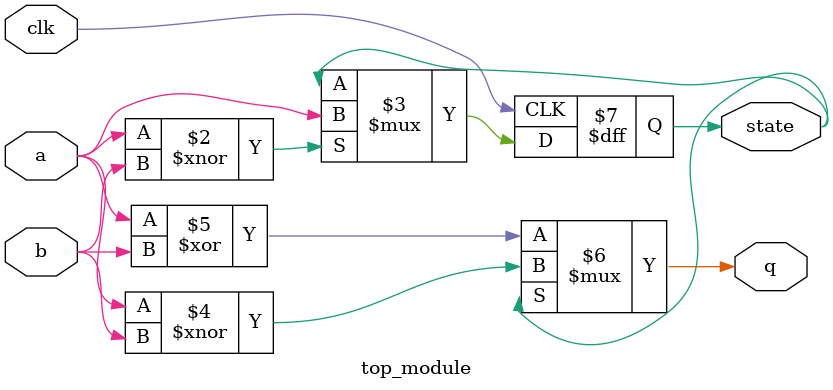
<source format=v>
module top_module (
    input clk,
    input a,
    input b,
    output q,
    output reg state
);
    
    always @(posedge clk) begin
        state <= (a ~^ b ? a : state);
    end
    
    assign q = (state ? a ~^ b : a ^ b);

endmodule

</source>
